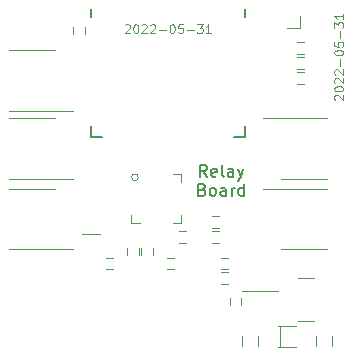
<source format=gbr>
%TF.GenerationSoftware,KiCad,Pcbnew,(6.0.5-0)*%
%TF.CreationDate,2022-05-31T15:12:58+01:00*%
%TF.ProjectId,Relay10,52656c61-7931-4302-9e6b-696361645f70,2*%
%TF.SameCoordinates,Original*%
%TF.FileFunction,Legend,Top*%
%TF.FilePolarity,Positive*%
%FSLAX46Y46*%
G04 Gerber Fmt 4.6, Leading zero omitted, Abs format (unit mm)*
G04 Created by KiCad (PCBNEW (6.0.5-0)) date 2022-05-31 15:12:58*
%MOMM*%
%LPD*%
G01*
G04 APERTURE LIST*
%ADD10C,0.100000*%
%ADD11C,0.150000*%
%ADD12C,0.120000*%
%ADD13C,0.200000*%
G04 APERTURE END LIST*
D10*
X118910714Y-38392857D02*
X118875000Y-38357142D01*
X118839285Y-38285714D01*
X118839285Y-38107142D01*
X118875000Y-38035714D01*
X118910714Y-38000000D01*
X118982142Y-37964285D01*
X119053571Y-37964285D01*
X119160714Y-38000000D01*
X119589285Y-38428571D01*
X119589285Y-37964285D01*
X118839285Y-37500000D02*
X118839285Y-37428571D01*
X118875000Y-37357142D01*
X118910714Y-37321428D01*
X118982142Y-37285714D01*
X119125000Y-37250000D01*
X119303571Y-37250000D01*
X119446428Y-37285714D01*
X119517857Y-37321428D01*
X119553571Y-37357142D01*
X119589285Y-37428571D01*
X119589285Y-37500000D01*
X119553571Y-37571428D01*
X119517857Y-37607142D01*
X119446428Y-37642857D01*
X119303571Y-37678571D01*
X119125000Y-37678571D01*
X118982142Y-37642857D01*
X118910714Y-37607142D01*
X118875000Y-37571428D01*
X118839285Y-37500000D01*
X118910714Y-36964285D02*
X118875000Y-36928571D01*
X118839285Y-36857142D01*
X118839285Y-36678571D01*
X118875000Y-36607142D01*
X118910714Y-36571428D01*
X118982142Y-36535714D01*
X119053571Y-36535714D01*
X119160714Y-36571428D01*
X119589285Y-37000000D01*
X119589285Y-36535714D01*
X118910714Y-36250000D02*
X118875000Y-36214285D01*
X118839285Y-36142857D01*
X118839285Y-35964285D01*
X118875000Y-35892857D01*
X118910714Y-35857142D01*
X118982142Y-35821428D01*
X119053571Y-35821428D01*
X119160714Y-35857142D01*
X119589285Y-36285714D01*
X119589285Y-35821428D01*
X119303571Y-35500000D02*
X119303571Y-34928571D01*
X118839285Y-34428571D02*
X118839285Y-34357142D01*
X118875000Y-34285714D01*
X118910714Y-34250000D01*
X118982142Y-34214285D01*
X119125000Y-34178571D01*
X119303571Y-34178571D01*
X119446428Y-34214285D01*
X119517857Y-34250000D01*
X119553571Y-34285714D01*
X119589285Y-34357142D01*
X119589285Y-34428571D01*
X119553571Y-34500000D01*
X119517857Y-34535714D01*
X119446428Y-34571428D01*
X119303571Y-34607142D01*
X119125000Y-34607142D01*
X118982142Y-34571428D01*
X118910714Y-34535714D01*
X118875000Y-34500000D01*
X118839285Y-34428571D01*
X118839285Y-33500000D02*
X118839285Y-33857142D01*
X119196428Y-33892857D01*
X119160714Y-33857142D01*
X119125000Y-33785714D01*
X119125000Y-33607142D01*
X119160714Y-33535714D01*
X119196428Y-33500000D01*
X119267857Y-33464285D01*
X119446428Y-33464285D01*
X119517857Y-33500000D01*
X119553571Y-33535714D01*
X119589285Y-33607142D01*
X119589285Y-33785714D01*
X119553571Y-33857142D01*
X119517857Y-33892857D01*
X119303571Y-33142857D02*
X119303571Y-32571428D01*
X118839285Y-32285714D02*
X118839285Y-31821428D01*
X119125000Y-32071428D01*
X119125000Y-31964285D01*
X119160714Y-31892857D01*
X119196428Y-31857142D01*
X119267857Y-31821428D01*
X119446428Y-31821428D01*
X119517857Y-31857142D01*
X119553571Y-31892857D01*
X119589285Y-31964285D01*
X119589285Y-32178571D01*
X119553571Y-32250000D01*
X119517857Y-32285714D01*
X119589285Y-31107142D02*
X119589285Y-31535714D01*
X119589285Y-31321428D02*
X118839285Y-31321428D01*
X118946428Y-31392857D01*
X119017857Y-31464285D01*
X119053571Y-31535714D01*
D11*
X108035714Y-44897380D02*
X107702380Y-44421190D01*
X107464285Y-44897380D02*
X107464285Y-43897380D01*
X107845238Y-43897380D01*
X107940476Y-43945000D01*
X107988095Y-43992619D01*
X108035714Y-44087857D01*
X108035714Y-44230714D01*
X107988095Y-44325952D01*
X107940476Y-44373571D01*
X107845238Y-44421190D01*
X107464285Y-44421190D01*
X108845238Y-44849761D02*
X108750000Y-44897380D01*
X108559523Y-44897380D01*
X108464285Y-44849761D01*
X108416666Y-44754523D01*
X108416666Y-44373571D01*
X108464285Y-44278333D01*
X108559523Y-44230714D01*
X108750000Y-44230714D01*
X108845238Y-44278333D01*
X108892857Y-44373571D01*
X108892857Y-44468809D01*
X108416666Y-44564047D01*
X109464285Y-44897380D02*
X109369047Y-44849761D01*
X109321428Y-44754523D01*
X109321428Y-43897380D01*
X110273809Y-44897380D02*
X110273809Y-44373571D01*
X110226190Y-44278333D01*
X110130952Y-44230714D01*
X109940476Y-44230714D01*
X109845238Y-44278333D01*
X110273809Y-44849761D02*
X110178571Y-44897380D01*
X109940476Y-44897380D01*
X109845238Y-44849761D01*
X109797619Y-44754523D01*
X109797619Y-44659285D01*
X109845238Y-44564047D01*
X109940476Y-44516428D01*
X110178571Y-44516428D01*
X110273809Y-44468809D01*
X110654761Y-44230714D02*
X110892857Y-44897380D01*
X111130952Y-44230714D02*
X110892857Y-44897380D01*
X110797619Y-45135476D01*
X110750000Y-45183095D01*
X110654761Y-45230714D01*
X107654761Y-45983571D02*
X107797619Y-46031190D01*
X107845238Y-46078809D01*
X107892857Y-46174047D01*
X107892857Y-46316904D01*
X107845238Y-46412142D01*
X107797619Y-46459761D01*
X107702380Y-46507380D01*
X107321428Y-46507380D01*
X107321428Y-45507380D01*
X107654761Y-45507380D01*
X107750000Y-45555000D01*
X107797619Y-45602619D01*
X107845238Y-45697857D01*
X107845238Y-45793095D01*
X107797619Y-45888333D01*
X107750000Y-45935952D01*
X107654761Y-45983571D01*
X107321428Y-45983571D01*
X108464285Y-46507380D02*
X108369047Y-46459761D01*
X108321428Y-46412142D01*
X108273809Y-46316904D01*
X108273809Y-46031190D01*
X108321428Y-45935952D01*
X108369047Y-45888333D01*
X108464285Y-45840714D01*
X108607142Y-45840714D01*
X108702380Y-45888333D01*
X108750000Y-45935952D01*
X108797619Y-46031190D01*
X108797619Y-46316904D01*
X108750000Y-46412142D01*
X108702380Y-46459761D01*
X108607142Y-46507380D01*
X108464285Y-46507380D01*
X109654761Y-46507380D02*
X109654761Y-45983571D01*
X109607142Y-45888333D01*
X109511904Y-45840714D01*
X109321428Y-45840714D01*
X109226190Y-45888333D01*
X109654761Y-46459761D02*
X109559523Y-46507380D01*
X109321428Y-46507380D01*
X109226190Y-46459761D01*
X109178571Y-46364523D01*
X109178571Y-46269285D01*
X109226190Y-46174047D01*
X109321428Y-46126428D01*
X109559523Y-46126428D01*
X109654761Y-46078809D01*
X110130952Y-46507380D02*
X110130952Y-45840714D01*
X110130952Y-46031190D02*
X110178571Y-45935952D01*
X110226190Y-45888333D01*
X110321428Y-45840714D01*
X110416666Y-45840714D01*
X111178571Y-46507380D02*
X111178571Y-45507380D01*
X111178571Y-46459761D02*
X111083333Y-46507380D01*
X110892857Y-46507380D01*
X110797619Y-46459761D01*
X110750000Y-46412142D01*
X110702380Y-46316904D01*
X110702380Y-46031190D01*
X110750000Y-45935952D01*
X110797619Y-45888333D01*
X110892857Y-45840714D01*
X111083333Y-45840714D01*
X111178571Y-45888333D01*
D10*
%TO.C,U1*%
X101107142Y-32060714D02*
X101142857Y-32025000D01*
X101214285Y-31989285D01*
X101392857Y-31989285D01*
X101464285Y-32025000D01*
X101500000Y-32060714D01*
X101535714Y-32132142D01*
X101535714Y-32203571D01*
X101500000Y-32310714D01*
X101071428Y-32739285D01*
X101535714Y-32739285D01*
X102000000Y-31989285D02*
X102071428Y-31989285D01*
X102142857Y-32025000D01*
X102178571Y-32060714D01*
X102214285Y-32132142D01*
X102250000Y-32275000D01*
X102250000Y-32453571D01*
X102214285Y-32596428D01*
X102178571Y-32667857D01*
X102142857Y-32703571D01*
X102071428Y-32739285D01*
X102000000Y-32739285D01*
X101928571Y-32703571D01*
X101892857Y-32667857D01*
X101857142Y-32596428D01*
X101821428Y-32453571D01*
X101821428Y-32275000D01*
X101857142Y-32132142D01*
X101892857Y-32060714D01*
X101928571Y-32025000D01*
X102000000Y-31989285D01*
X102535714Y-32060714D02*
X102571428Y-32025000D01*
X102642857Y-31989285D01*
X102821428Y-31989285D01*
X102892857Y-32025000D01*
X102928571Y-32060714D01*
X102964285Y-32132142D01*
X102964285Y-32203571D01*
X102928571Y-32310714D01*
X102500000Y-32739285D01*
X102964285Y-32739285D01*
X103250000Y-32060714D02*
X103285714Y-32025000D01*
X103357142Y-31989285D01*
X103535714Y-31989285D01*
X103607142Y-32025000D01*
X103642857Y-32060714D01*
X103678571Y-32132142D01*
X103678571Y-32203571D01*
X103642857Y-32310714D01*
X103214285Y-32739285D01*
X103678571Y-32739285D01*
X104000000Y-32453571D02*
X104571428Y-32453571D01*
X105071428Y-31989285D02*
X105142857Y-31989285D01*
X105214285Y-32025000D01*
X105250000Y-32060714D01*
X105285714Y-32132142D01*
X105321428Y-32275000D01*
X105321428Y-32453571D01*
X105285714Y-32596428D01*
X105250000Y-32667857D01*
X105214285Y-32703571D01*
X105142857Y-32739285D01*
X105071428Y-32739285D01*
X105000000Y-32703571D01*
X104964285Y-32667857D01*
X104928571Y-32596428D01*
X104892857Y-32453571D01*
X104892857Y-32275000D01*
X104928571Y-32132142D01*
X104964285Y-32060714D01*
X105000000Y-32025000D01*
X105071428Y-31989285D01*
X106000000Y-31989285D02*
X105642857Y-31989285D01*
X105607142Y-32346428D01*
X105642857Y-32310714D01*
X105714285Y-32275000D01*
X105892857Y-32275000D01*
X105964285Y-32310714D01*
X106000000Y-32346428D01*
X106035714Y-32417857D01*
X106035714Y-32596428D01*
X106000000Y-32667857D01*
X105964285Y-32703571D01*
X105892857Y-32739285D01*
X105714285Y-32739285D01*
X105642857Y-32703571D01*
X105607142Y-32667857D01*
X106357142Y-32453571D02*
X106928571Y-32453571D01*
X107214285Y-31989285D02*
X107678571Y-31989285D01*
X107428571Y-32275000D01*
X107535714Y-32275000D01*
X107607142Y-32310714D01*
X107642857Y-32346428D01*
X107678571Y-32417857D01*
X107678571Y-32596428D01*
X107642857Y-32667857D01*
X107607142Y-32703571D01*
X107535714Y-32739285D01*
X107321428Y-32739285D01*
X107250000Y-32703571D01*
X107214285Y-32667857D01*
X108392857Y-32739285D02*
X107964285Y-32739285D01*
X108178571Y-32739285D02*
X108178571Y-31989285D01*
X108107142Y-32096428D01*
X108035714Y-32167857D01*
X107964285Y-32203571D01*
D12*
%TO.C,U5*%
X93250000Y-39310000D02*
X91300000Y-39310000D01*
X93250000Y-34190000D02*
X95200000Y-34190000D01*
X93250000Y-34190000D02*
X91300000Y-34190000D01*
X93250000Y-39310000D02*
X96700000Y-39310000D01*
D13*
%TO.C,U1*%
X98250000Y-40600000D02*
X98250000Y-41500000D01*
X111250000Y-30700000D02*
X111250000Y-31400000D01*
X98250000Y-30700000D02*
X98250000Y-31400000D01*
X111250000Y-40600000D02*
X111250000Y-41500000D01*
X111250000Y-41500000D02*
X110350000Y-41500000D01*
X98250000Y-41500000D02*
X99150000Y-41500000D01*
D12*
%TO.C,U2*%
X102365000Y-48860000D02*
X101640000Y-48860000D01*
X105135000Y-48860000D02*
X105860000Y-48860000D01*
X105135000Y-44640000D02*
X105860000Y-44640000D01*
X105860000Y-48860000D02*
X105860000Y-48135000D01*
X105860000Y-44640000D02*
X105860000Y-45365000D01*
X101640000Y-48860000D02*
X101640000Y-48135000D01*
X102232843Y-44950000D02*
G75*
G03*
X102232843Y-44950000I-282843J0D01*
G01*
%TO.C,C1*%
X108450000Y-50500000D02*
X109050000Y-50500000D01*
X108450000Y-49500000D02*
X109050000Y-49500000D01*
%TO.C,R5*%
X105300000Y-51750000D02*
X104700000Y-51750000D01*
X105300000Y-52750000D02*
X104700000Y-52750000D01*
%TO.C,U7*%
X116250000Y-39940000D02*
X118200000Y-39940000D01*
X116250000Y-45060000D02*
X118200000Y-45060000D01*
X116250000Y-45060000D02*
X114300000Y-45060000D01*
X116250000Y-39940000D02*
X112800000Y-39940000D01*
%TO.C,R12*%
X109200000Y-54000000D02*
X109800000Y-54000000D01*
X109200000Y-53000000D02*
X109800000Y-53000000D01*
%TO.C,R11*%
X109200000Y-51750000D02*
X109800000Y-51750000D01*
X109200000Y-52750000D02*
X109800000Y-52750000D01*
%TO.C,R2*%
X105700000Y-50500000D02*
X106300000Y-50500000D01*
X105700000Y-49500000D02*
X106300000Y-49500000D01*
%TO.C,U6*%
X93250000Y-51060000D02*
X96700000Y-51060000D01*
X93250000Y-45940000D02*
X95200000Y-45940000D01*
X93250000Y-51060000D02*
X91300000Y-51060000D01*
X93250000Y-45940000D02*
X91300000Y-45940000D01*
%TO.C,D2*%
X97500000Y-49750000D02*
X99000000Y-49750000D01*
%TO.C,U8*%
X110900000Y-55200000D02*
X110900000Y-55800000D01*
X114050000Y-57550000D02*
X115550000Y-57550000D01*
X117250000Y-58350000D02*
X117250000Y-59250000D01*
X115750000Y-53450000D02*
X117150000Y-53450000D01*
X114275000Y-57625000D02*
X114275000Y-59225000D01*
X115750000Y-57150000D02*
X117150000Y-57150000D01*
X112400000Y-58350000D02*
X112400000Y-59250000D01*
X111000000Y-58350000D02*
X111000000Y-59250000D01*
X111000000Y-54575000D02*
X114100000Y-54575000D01*
X110000000Y-55200000D02*
X110000000Y-55800000D01*
X118650000Y-58350000D02*
X118650000Y-59250000D01*
X114050000Y-59300000D02*
X115550000Y-59300000D01*
%TO.C,R3*%
X108450000Y-48250000D02*
X109050000Y-48250000D01*
X108450000Y-49250000D02*
X109050000Y-49250000D01*
%TO.C,R9*%
X116250000Y-33500000D02*
X115650000Y-33500000D01*
X116250000Y-34500000D02*
X115650000Y-34500000D01*
%TO.C,U4*%
X116250000Y-45940000D02*
X118200000Y-45940000D01*
X116250000Y-51060000D02*
X118200000Y-51060000D01*
X116250000Y-51060000D02*
X114300000Y-51060000D01*
X116250000Y-45940000D02*
X112800000Y-45940000D01*
%TO.C,R8*%
X116250000Y-34750000D02*
X115650000Y-34750000D01*
X116250000Y-35750000D02*
X115650000Y-35750000D01*
%TO.C,R6*%
X102300000Y-51550000D02*
X102300000Y-50950000D01*
X101300000Y-51550000D02*
X101300000Y-50950000D01*
%TO.C,R1*%
X97750000Y-32200000D02*
X97750000Y-32800000D01*
X96750000Y-32200000D02*
X96750000Y-32800000D01*
%TO.C,R7*%
X102500000Y-50950000D02*
X102500000Y-51550000D01*
X103500000Y-50950000D02*
X103500000Y-51550000D01*
%TO.C,D1*%
X114850000Y-32300000D02*
X115950000Y-32300000D01*
X115950000Y-32300000D02*
X115950000Y-31300000D01*
%TO.C,R4*%
X100100000Y-51750000D02*
X99500000Y-51750000D01*
X100100000Y-52750000D02*
X99500000Y-52750000D01*
%TO.C,R10*%
X116250000Y-37050000D02*
X115650000Y-37050000D01*
X116250000Y-36050000D02*
X115650000Y-36050000D01*
%TO.C,U3*%
X93250000Y-45060000D02*
X96700000Y-45060000D01*
X93250000Y-39940000D02*
X91300000Y-39940000D01*
X93250000Y-39940000D02*
X95200000Y-39940000D01*
X93250000Y-45060000D02*
X91300000Y-45060000D01*
%TD*%
M02*

</source>
